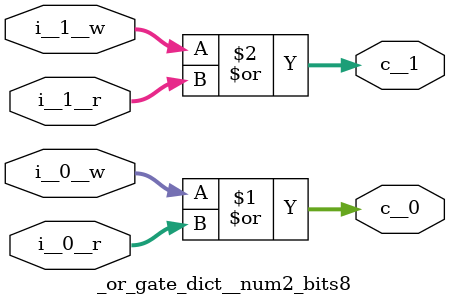
<source format=sv>
module _or_gate_dict__num2_bits8 (
    input  logic [7:0] i__0__w,
    input  logic [7:0] i__0__r,
    output logic [7:0] c__0,
    input  logic [7:0] i__1__w,
    input  logic [7:0] i__1__r,
    output logic [7:0] c__1
);

    // _or_gate_dict module parameters:
    //  * num = 2 (int) #  number of inputs
    //  * bits = 8 (int) #  data width

    assign c__0 = i__0__w | i__0__r;
    assign c__1 = i__1__w | i__1__r;

endmodule  // _or_gate_dict__num2_bits8

</source>
